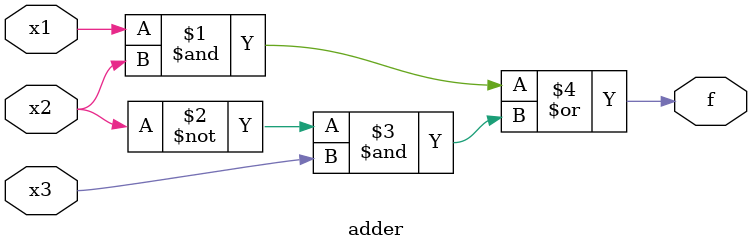
<source format=v>
module adder(x1,x2,x3,f);
input x1,x2,x3;
output f;
assign f=(x1&x2)|(~x2&x3);
endmodule

</source>
